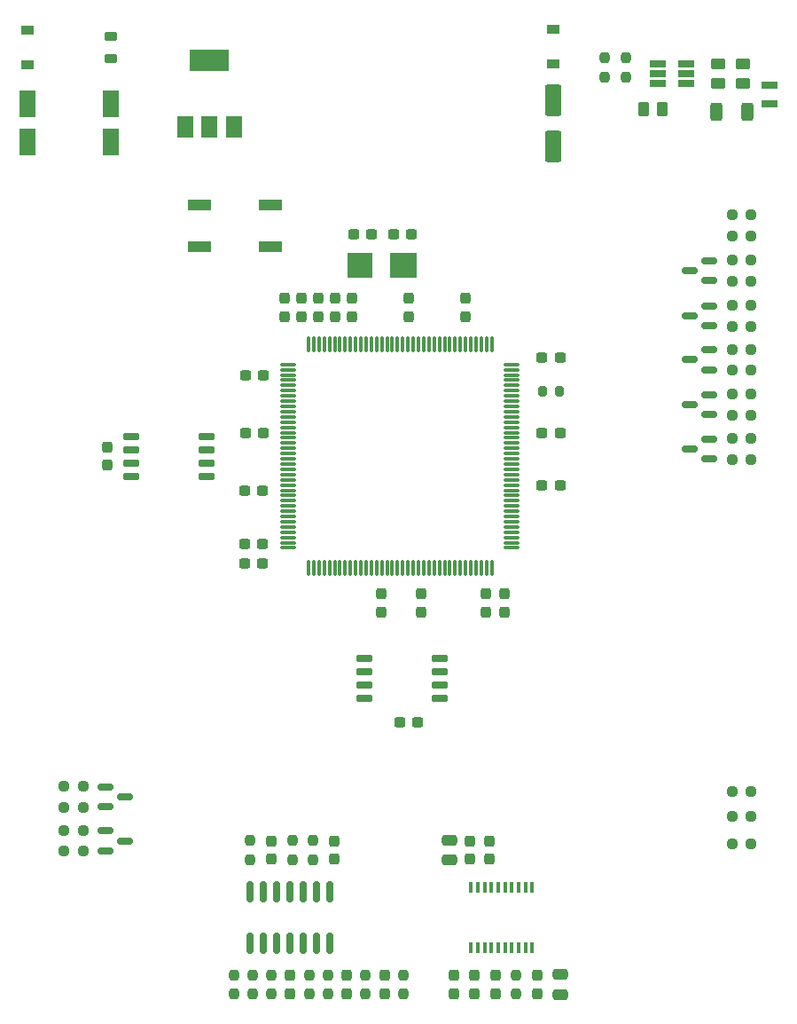
<source format=gbr>
%TF.GenerationSoftware,KiCad,Pcbnew,(6.0.8)*%
%TF.CreationDate,2022-10-20T13:21:54+01:00*%
%TF.ProjectId,Punck_Components,50756e63-6b5f-4436-9f6d-706f6e656e74,rev?*%
%TF.SameCoordinates,Original*%
%TF.FileFunction,Paste,Top*%
%TF.FilePolarity,Positive*%
%FSLAX46Y46*%
G04 Gerber Fmt 4.6, Leading zero omitted, Abs format (unit mm)*
G04 Created by KiCad (PCBNEW (6.0.8)) date 2022-10-20 13:21:54*
%MOMM*%
%LPD*%
G01*
G04 APERTURE LIST*
G04 Aperture macros list*
%AMRoundRect*
0 Rectangle with rounded corners*
0 $1 Rounding radius*
0 $2 $3 $4 $5 $6 $7 $8 $9 X,Y pos of 4 corners*
0 Add a 4 corners polygon primitive as box body*
4,1,4,$2,$3,$4,$5,$6,$7,$8,$9,$2,$3,0*
0 Add four circle primitives for the rounded corners*
1,1,$1+$1,$2,$3*
1,1,$1+$1,$4,$5*
1,1,$1+$1,$6,$7*
1,1,$1+$1,$8,$9*
0 Add four rect primitives between the rounded corners*
20,1,$1+$1,$2,$3,$4,$5,0*
20,1,$1+$1,$4,$5,$6,$7,0*
20,1,$1+$1,$6,$7,$8,$9,0*
20,1,$1+$1,$8,$9,$2,$3,0*%
G04 Aperture macros list end*
%ADD10RoundRect,0.237500X0.250000X0.237500X-0.250000X0.237500X-0.250000X-0.237500X0.250000X-0.237500X0*%
%ADD11RoundRect,0.237500X-0.237500X0.250000X-0.237500X-0.250000X0.237500X-0.250000X0.237500X0.250000X0*%
%ADD12RoundRect,0.237500X-0.237500X0.300000X-0.237500X-0.300000X0.237500X-0.300000X0.237500X0.300000X0*%
%ADD13RoundRect,0.250000X-0.450000X0.262500X-0.450000X-0.262500X0.450000X-0.262500X0.450000X0.262500X0*%
%ADD14R,1.500000X2.000000*%
%ADD15R,3.800000X2.000000*%
%ADD16RoundRect,0.237500X-0.250000X-0.237500X0.250000X-0.237500X0.250000X0.237500X-0.250000X0.237500X0*%
%ADD17RoundRect,0.100000X0.100000X-0.400000X0.100000X0.400000X-0.100000X0.400000X-0.100000X-0.400000X0*%
%ADD18RoundRect,0.250000X0.262500X0.450000X-0.262500X0.450000X-0.262500X-0.450000X0.262500X-0.450000X0*%
%ADD19RoundRect,0.237500X0.237500X-0.300000X0.237500X0.300000X-0.237500X0.300000X-0.237500X-0.300000X0*%
%ADD20RoundRect,0.150000X-0.587500X-0.150000X0.587500X-0.150000X0.587500X0.150000X-0.587500X0.150000X0*%
%ADD21RoundRect,0.237500X0.237500X-0.250000X0.237500X0.250000X-0.237500X0.250000X-0.237500X-0.250000X0*%
%ADD22RoundRect,0.250000X0.475000X-0.250000X0.475000X0.250000X-0.475000X0.250000X-0.475000X-0.250000X0*%
%ADD23RoundRect,0.250000X-0.475000X0.250000X-0.475000X-0.250000X0.475000X-0.250000X0.475000X0.250000X0*%
%ADD24RoundRect,0.150000X0.650000X0.150000X-0.650000X0.150000X-0.650000X-0.150000X0.650000X-0.150000X0*%
%ADD25RoundRect,0.150000X0.587500X0.150000X-0.587500X0.150000X-0.587500X-0.150000X0.587500X-0.150000X0*%
%ADD26R,1.600000X0.800000*%
%ADD27RoundRect,0.200000X0.200000X0.275000X-0.200000X0.275000X-0.200000X-0.275000X0.200000X-0.275000X0*%
%ADD28RoundRect,0.150000X0.150000X-0.825000X0.150000X0.825000X-0.150000X0.825000X-0.150000X-0.825000X0*%
%ADD29RoundRect,0.237500X0.300000X0.237500X-0.300000X0.237500X-0.300000X-0.237500X0.300000X-0.237500X0*%
%ADD30RoundRect,0.237500X-0.300000X-0.237500X0.300000X-0.237500X0.300000X0.237500X-0.300000X0.237500X0*%
%ADD31RoundRect,0.075000X-0.075000X0.662500X-0.075000X-0.662500X0.075000X-0.662500X0.075000X0.662500X0*%
%ADD32RoundRect,0.075000X-0.662500X0.075000X-0.662500X-0.075000X0.662500X-0.075000X0.662500X0.075000X0*%
%ADD33R,2.450000X2.400000*%
%ADD34R,2.550000X2.400000*%
%ADD35R,1.200000X0.900000*%
%ADD36RoundRect,0.250000X0.550000X-1.050000X0.550000X1.050000X-0.550000X1.050000X-0.550000X-1.050000X0*%
%ADD37R,2.200000X1.000000*%
%ADD38RoundRect,0.250000X0.312500X0.625000X-0.312500X0.625000X-0.312500X-0.625000X0.312500X-0.625000X0*%
%ADD39RoundRect,0.218750X0.381250X-0.218750X0.381250X0.218750X-0.381250X0.218750X-0.381250X-0.218750X0*%
%ADD40R,1.560000X0.650000*%
%ADD41RoundRect,0.250000X-0.550000X1.250000X-0.550000X-1.250000X0.550000X-1.250000X0.550000X1.250000X0*%
G04 APERTURE END LIST*
D10*
%TO.C,R27*%
X149112500Y-88900000D03*
X147287500Y-88900000D03*
%TD*%
%TO.C,R22*%
X149112500Y-129800000D03*
X147287500Y-129800000D03*
%TD*%
%TO.C,R18*%
X149112500Y-80400000D03*
X147287500Y-80400000D03*
%TD*%
D11*
%TO.C,R8*%
X112300000Y-142287500D03*
X112300000Y-144112500D03*
%TD*%
D12*
%TO.C,C3*%
X116400000Y-77737500D03*
X116400000Y-79462500D03*
%TD*%
D13*
%TO.C,C40*%
X148350000Y-55387500D03*
X148350000Y-57212500D03*
%TD*%
D14*
%TO.C,U7*%
X95100000Y-61350000D03*
X97400000Y-61350000D03*
D15*
X97400000Y-55050000D03*
D14*
X99700000Y-61350000D03*
%TD*%
D16*
%TO.C,R17*%
X147287500Y-78400000D03*
X149112500Y-78400000D03*
%TD*%
D10*
%TO.C,R28*%
X85312500Y-126300000D03*
X83487500Y-126300000D03*
%TD*%
%TO.C,R5*%
X149112500Y-76100000D03*
X147287500Y-76100000D03*
%TD*%
D17*
%TO.C,U4*%
X122375000Y-139700000D03*
X123025000Y-139700000D03*
X123675000Y-139700000D03*
X124325000Y-139700000D03*
X124975000Y-139700000D03*
X125625000Y-139700000D03*
X126275000Y-139700000D03*
X126925000Y-139700000D03*
X127575000Y-139700000D03*
X128225000Y-139700000D03*
X128225000Y-133900000D03*
X127575000Y-133900000D03*
X126925000Y-133900000D03*
X126275000Y-133900000D03*
X125625000Y-133900000D03*
X124975000Y-133900000D03*
X124325000Y-133900000D03*
X123675000Y-133900000D03*
X123025000Y-133900000D03*
X122375000Y-133900000D03*
%TD*%
D13*
%TO.C,C39*%
X145950000Y-55387500D03*
X145950000Y-57212500D03*
%TD*%
D18*
%TO.C,C38*%
X140662500Y-59700000D03*
X138837500Y-59700000D03*
%TD*%
D10*
%TO.C,R30*%
X85312500Y-130500000D03*
X83487500Y-130500000D03*
%TD*%
D12*
%TO.C,C34*%
X122700000Y-142337500D03*
X122700000Y-144062500D03*
%TD*%
D19*
%TO.C,C10*%
X125600000Y-107662500D03*
X125600000Y-105937500D03*
%TD*%
D20*
%TO.C,Q6*%
X87448750Y-124350000D03*
X87448750Y-126250000D03*
X89323750Y-125300000D03*
%TD*%
D19*
%TO.C,C24*%
X109300000Y-131262500D03*
X109300000Y-129537500D03*
%TD*%
D21*
%TO.C,R7*%
X106900000Y-144112500D03*
X106900000Y-142287500D03*
%TD*%
D12*
%TO.C,C25*%
X105100000Y-142337500D03*
X105100000Y-144062500D03*
%TD*%
D10*
%TO.C,R24*%
X149112500Y-69800000D03*
X147287500Y-69800000D03*
%TD*%
D22*
%TO.C,C32*%
X120300000Y-131350000D03*
X120300000Y-129450000D03*
%TD*%
D21*
%TO.C,R32*%
X135150000Y-56612500D03*
X135150000Y-54787500D03*
%TD*%
D11*
%TO.C,R4*%
X101500000Y-142287500D03*
X101500000Y-144112500D03*
%TD*%
D19*
%TO.C,C33*%
X87600000Y-93662500D03*
X87600000Y-91937500D03*
%TD*%
D23*
%TO.C,C30*%
X130900000Y-142250000D03*
X130900000Y-144150000D03*
%TD*%
D11*
%TO.C,R9*%
X99700000Y-142287500D03*
X99700000Y-144112500D03*
%TD*%
D12*
%TO.C,C4*%
X111000000Y-77737500D03*
X111000000Y-79462500D03*
%TD*%
D19*
%TO.C,C31*%
X122300000Y-131262500D03*
X122300000Y-129537500D03*
%TD*%
D12*
%TO.C,C36*%
X124700000Y-142337500D03*
X124700000Y-144062500D03*
%TD*%
D24*
%TO.C,U5*%
X97100000Y-94705000D03*
X97100000Y-93435000D03*
X97100000Y-92165000D03*
X97100000Y-90895000D03*
X89900000Y-90895000D03*
X89900000Y-92165000D03*
X89900000Y-93435000D03*
X89900000Y-94705000D03*
%TD*%
D25*
%TO.C,Q1*%
X145100000Y-76050000D03*
X145100000Y-74150000D03*
X143225000Y-75100000D03*
%TD*%
%TO.C,Q4*%
X145137500Y-93050000D03*
X145137500Y-91150000D03*
X143262500Y-92100000D03*
%TD*%
D10*
%TO.C,R25*%
X149112500Y-71800000D03*
X147287500Y-71800000D03*
%TD*%
D11*
%TO.C,R33*%
X137150000Y-54787500D03*
X137150000Y-56612500D03*
%TD*%
D26*
%TO.C,L1*%
X150900000Y-57400000D03*
X150900000Y-59200000D03*
%TD*%
D20*
%TO.C,Q7*%
X87448750Y-128550000D03*
X87448750Y-130450000D03*
X89323750Y-129500000D03*
%TD*%
D27*
%TO.C,R10*%
X130825000Y-86600000D03*
X129175000Y-86600000D03*
%TD*%
D28*
%TO.C,U1*%
X101290000Y-139275000D03*
X102560000Y-139275000D03*
X103830000Y-139275000D03*
X105100000Y-139275000D03*
X106370000Y-139275000D03*
X107640000Y-139275000D03*
X108910000Y-139275000D03*
X108910000Y-134325000D03*
X107640000Y-134325000D03*
X106370000Y-134325000D03*
X105100000Y-134325000D03*
X103830000Y-134325000D03*
X102560000Y-134325000D03*
X101290000Y-134325000D03*
%TD*%
D21*
%TO.C,R16*%
X101300000Y-131312500D03*
X101300000Y-129487500D03*
%TD*%
D29*
%TO.C,C11*%
X130862500Y-95600000D03*
X129137500Y-95600000D03*
%TD*%
D11*
%TO.C,R13*%
X105300000Y-129487500D03*
X105300000Y-131312500D03*
%TD*%
D25*
%TO.C,Q2*%
X145137500Y-84550000D03*
X145137500Y-82650000D03*
X143262500Y-83600000D03*
%TD*%
D10*
%TO.C,R23*%
X149112500Y-93100000D03*
X147287500Y-93100000D03*
%TD*%
D30*
%TO.C,C6*%
X100837500Y-90600000D03*
X102562500Y-90600000D03*
%TD*%
D12*
%TO.C,C28*%
X120700000Y-142337500D03*
X120700000Y-144062500D03*
%TD*%
D29*
%TO.C,C13*%
X130862500Y-83400000D03*
X129137500Y-83400000D03*
%TD*%
D25*
%TO.C,Q5*%
X145137500Y-88850000D03*
X145137500Y-86950000D03*
X143262500Y-87900000D03*
%TD*%
D11*
%TO.C,R3*%
X103300000Y-142287500D03*
X103300000Y-144112500D03*
%TD*%
D19*
%TO.C,C14*%
X117600000Y-107662500D03*
X117600000Y-105937500D03*
%TD*%
D31*
%TO.C,U2*%
X124350000Y-82137500D03*
X123850000Y-82137500D03*
X123350000Y-82137500D03*
X122850000Y-82137500D03*
X122350000Y-82137500D03*
X121850000Y-82137500D03*
X121350000Y-82137500D03*
X120850000Y-82137500D03*
X120350000Y-82137500D03*
X119850000Y-82137500D03*
X119350000Y-82137500D03*
X118850000Y-82137500D03*
X118350000Y-82137500D03*
X117850000Y-82137500D03*
X117350000Y-82137500D03*
X116850000Y-82137500D03*
X116350000Y-82137500D03*
X115850000Y-82137500D03*
X115350000Y-82137500D03*
X114850000Y-82137500D03*
X114350000Y-82137500D03*
X113850000Y-82137500D03*
X113350000Y-82137500D03*
X112850000Y-82137500D03*
X112350000Y-82137500D03*
X111850000Y-82137500D03*
X111350000Y-82137500D03*
X110850000Y-82137500D03*
X110350000Y-82137500D03*
X109850000Y-82137500D03*
X109350000Y-82137500D03*
X108850000Y-82137500D03*
X108350000Y-82137500D03*
X107850000Y-82137500D03*
X107350000Y-82137500D03*
X106850000Y-82137500D03*
D32*
X104937500Y-84050000D03*
X104937500Y-84550000D03*
X104937500Y-85050000D03*
X104937500Y-85550000D03*
X104937500Y-86050000D03*
X104937500Y-86550000D03*
X104937500Y-87050000D03*
X104937500Y-87550000D03*
X104937500Y-88050000D03*
X104937500Y-88550000D03*
X104937500Y-89050000D03*
X104937500Y-89550000D03*
X104937500Y-90050000D03*
X104937500Y-90550000D03*
X104937500Y-91050000D03*
X104937500Y-91550000D03*
X104937500Y-92050000D03*
X104937500Y-92550000D03*
X104937500Y-93050000D03*
X104937500Y-93550000D03*
X104937500Y-94050000D03*
X104937500Y-94550000D03*
X104937500Y-95050000D03*
X104937500Y-95550000D03*
X104937500Y-96050000D03*
X104937500Y-96550000D03*
X104937500Y-97050000D03*
X104937500Y-97550000D03*
X104937500Y-98050000D03*
X104937500Y-98550000D03*
X104937500Y-99050000D03*
X104937500Y-99550000D03*
X104937500Y-100050000D03*
X104937500Y-100550000D03*
X104937500Y-101050000D03*
X104937500Y-101550000D03*
D31*
X106850000Y-103462500D03*
X107350000Y-103462500D03*
X107850000Y-103462500D03*
X108350000Y-103462500D03*
X108850000Y-103462500D03*
X109350000Y-103462500D03*
X109850000Y-103462500D03*
X110350000Y-103462500D03*
X110850000Y-103462500D03*
X111350000Y-103462500D03*
X111850000Y-103462500D03*
X112350000Y-103462500D03*
X112850000Y-103462500D03*
X113350000Y-103462500D03*
X113850000Y-103462500D03*
X114350000Y-103462500D03*
X114850000Y-103462500D03*
X115350000Y-103462500D03*
X115850000Y-103462500D03*
X116350000Y-103462500D03*
X116850000Y-103462500D03*
X117350000Y-103462500D03*
X117850000Y-103462500D03*
X118350000Y-103462500D03*
X118850000Y-103462500D03*
X119350000Y-103462500D03*
X119850000Y-103462500D03*
X120350000Y-103462500D03*
X120850000Y-103462500D03*
X121350000Y-103462500D03*
X121850000Y-103462500D03*
X122350000Y-103462500D03*
X122850000Y-103462500D03*
X123350000Y-103462500D03*
X123850000Y-103462500D03*
X124350000Y-103462500D03*
D32*
X126262500Y-101550000D03*
X126262500Y-101050000D03*
X126262500Y-100550000D03*
X126262500Y-100050000D03*
X126262500Y-99550000D03*
X126262500Y-99050000D03*
X126262500Y-98550000D03*
X126262500Y-98050000D03*
X126262500Y-97550000D03*
X126262500Y-97050000D03*
X126262500Y-96550000D03*
X126262500Y-96050000D03*
X126262500Y-95550000D03*
X126262500Y-95050000D03*
X126262500Y-94550000D03*
X126262500Y-94050000D03*
X126262500Y-93550000D03*
X126262500Y-93050000D03*
X126262500Y-92550000D03*
X126262500Y-92050000D03*
X126262500Y-91550000D03*
X126262500Y-91050000D03*
X126262500Y-90550000D03*
X126262500Y-90050000D03*
X126262500Y-89550000D03*
X126262500Y-89050000D03*
X126262500Y-88550000D03*
X126262500Y-88050000D03*
X126262500Y-87550000D03*
X126262500Y-87050000D03*
X126262500Y-86550000D03*
X126262500Y-86050000D03*
X126262500Y-85550000D03*
X126262500Y-85050000D03*
X126262500Y-84550000D03*
X126262500Y-84050000D03*
%TD*%
D33*
%TO.C,Y1*%
X111725000Y-74600000D03*
D34*
X115925000Y-74600000D03*
%TD*%
D12*
%TO.C,C20*%
X103300000Y-129537500D03*
X103300000Y-131262500D03*
%TD*%
%TO.C,C16*%
X107800000Y-77737500D03*
X107800000Y-79462500D03*
%TD*%
D35*
%TO.C,D1*%
X130200000Y-55362500D03*
X130200000Y-52062500D03*
%TD*%
D30*
%TO.C,C5*%
X100837500Y-85100000D03*
X102562500Y-85100000D03*
%TD*%
D16*
%TO.C,R29*%
X83487500Y-124300000D03*
X85312500Y-124300000D03*
%TD*%
D21*
%TO.C,R6*%
X115900000Y-144112500D03*
X115900000Y-142287500D03*
%TD*%
D29*
%TO.C,C26*%
X112862500Y-71600000D03*
X111137500Y-71600000D03*
%TD*%
D16*
%TO.C,R31*%
X83487500Y-128500000D03*
X85312500Y-128500000D03*
%TD*%
D11*
%TO.C,R2*%
X108700000Y-142287500D03*
X108700000Y-144112500D03*
%TD*%
D30*
%TO.C,C27*%
X115537500Y-118200000D03*
X117262500Y-118200000D03*
%TD*%
D24*
%TO.C,U3*%
X119400000Y-115905000D03*
X119400000Y-114635000D03*
X119400000Y-113365000D03*
X119400000Y-112095000D03*
X112200000Y-112095000D03*
X112200000Y-113365000D03*
X112200000Y-114635000D03*
X112200000Y-115905000D03*
%TD*%
D36*
%TO.C,C41*%
X88000000Y-62800000D03*
X88000000Y-59200000D03*
%TD*%
D37*
%TO.C,RESET1*%
X96400000Y-72800000D03*
X103200000Y-72800000D03*
X96400000Y-68800000D03*
X103200000Y-68800000D03*
%TD*%
D16*
%TO.C,R26*%
X147287500Y-86900000D03*
X149112500Y-86900000D03*
%TD*%
D38*
%TO.C,C42*%
X148762500Y-59900000D03*
X145837500Y-59900000D03*
%TD*%
D39*
%TO.C,L2*%
X88000000Y-54862500D03*
X88000000Y-52737500D03*
%TD*%
D25*
%TO.C,Q3*%
X145137500Y-80350000D03*
X145137500Y-78450000D03*
X143262500Y-79400000D03*
%TD*%
D10*
%TO.C,R12*%
X149112500Y-84600000D03*
X147287500Y-84600000D03*
%TD*%
D29*
%TO.C,C18*%
X102462500Y-101200000D03*
X100737500Y-101200000D03*
%TD*%
D19*
%TO.C,C9*%
X113800000Y-107662500D03*
X113800000Y-105937500D03*
%TD*%
D35*
%TO.C,D2*%
X80000000Y-52150000D03*
X80000000Y-55450000D03*
%TD*%
D12*
%TO.C,C29*%
X128700000Y-142337500D03*
X128700000Y-144062500D03*
%TD*%
D16*
%TO.C,R20*%
X147287500Y-91100000D03*
X149112500Y-91100000D03*
%TD*%
D12*
%TO.C,C35*%
X124100000Y-129537500D03*
X124100000Y-131262500D03*
%TD*%
D30*
%TO.C,C7*%
X100737500Y-96100000D03*
X102462500Y-96100000D03*
%TD*%
D12*
%TO.C,C2*%
X121800000Y-77737500D03*
X121800000Y-79462500D03*
%TD*%
D36*
%TO.C,C43*%
X80000000Y-62800000D03*
X80000000Y-59200000D03*
%TD*%
D29*
%TO.C,C12*%
X130862500Y-90600000D03*
X129137500Y-90600000D03*
%TD*%
D21*
%TO.C,R15*%
X107300000Y-131312500D03*
X107300000Y-129487500D03*
%TD*%
D40*
%TO.C,U6*%
X142900000Y-57250000D03*
X142900000Y-56300000D03*
X142900000Y-55350000D03*
X140200000Y-55350000D03*
X140200000Y-56300000D03*
X140200000Y-57250000D03*
%TD*%
D12*
%TO.C,C21*%
X104600000Y-77737500D03*
X104600000Y-79462500D03*
%TD*%
%TO.C,C17*%
X114100000Y-142337500D03*
X114100000Y-144062500D03*
%TD*%
D41*
%TO.C,C37*%
X130200000Y-58800000D03*
X130200000Y-63200000D03*
%TD*%
D12*
%TO.C,C19*%
X123800000Y-105937500D03*
X123800000Y-107662500D03*
%TD*%
%TO.C,C22*%
X106200000Y-77737500D03*
X106200000Y-79462500D03*
%TD*%
D10*
%TO.C,R21*%
X149112500Y-127200000D03*
X147287500Y-127200000D03*
%TD*%
D30*
%TO.C,C8*%
X100737500Y-103000000D03*
X102462500Y-103000000D03*
%TD*%
D12*
%TO.C,C15*%
X109400000Y-77737500D03*
X109400000Y-79462500D03*
%TD*%
D16*
%TO.C,R11*%
X147287500Y-82600000D03*
X149112500Y-82600000D03*
%TD*%
D21*
%TO.C,R14*%
X126700000Y-144112500D03*
X126700000Y-142287500D03*
%TD*%
D16*
%TO.C,R1*%
X147287500Y-74100000D03*
X149112500Y-74100000D03*
%TD*%
D12*
%TO.C,C1*%
X110500000Y-142337500D03*
X110500000Y-144062500D03*
%TD*%
D10*
%TO.C,R19*%
X149112500Y-124800000D03*
X147287500Y-124800000D03*
%TD*%
D30*
%TO.C,C23*%
X114937500Y-71600000D03*
X116662500Y-71600000D03*
%TD*%
M02*

</source>
